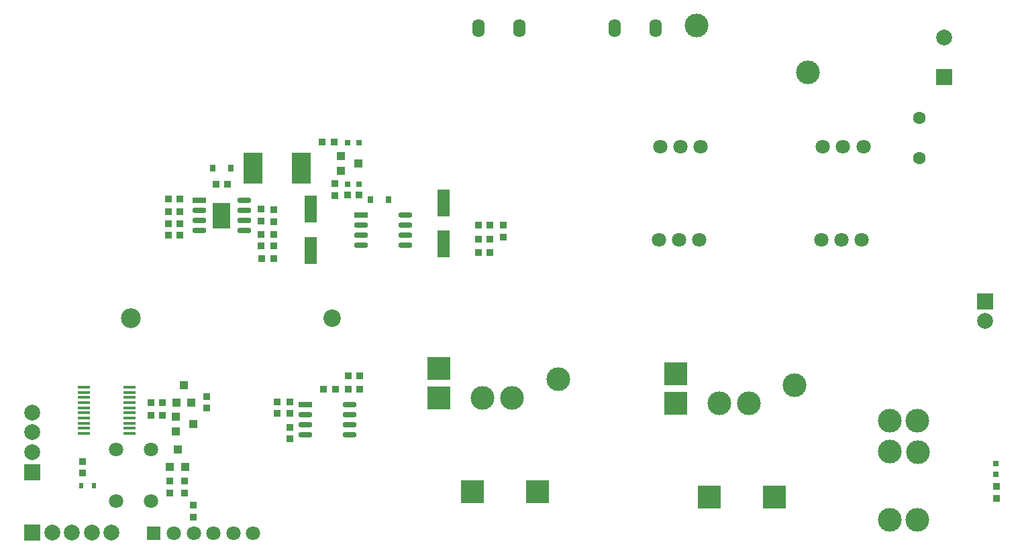
<source format=gbr>
%TF.GenerationSoftware,Altium Limited,Altium Designer,21.0.8 (223)*%
G04 Layer_Color=255*
%FSLAX26Y26*%
%MOIN*%
%TF.SameCoordinates,3528F89D-DF25-4B87-B81C-8702AA7ACEB5*%
%TF.FilePolarity,Positive*%
%TF.FileFunction,Pads,Top*%
%TF.Part,Single*%
G01*
G75*
%TA.AperFunction,SMDPad,CuDef*%
%ADD10R,0.030000X0.030000*%
%ADD11R,0.035433X0.035433*%
%ADD12R,0.035433X0.035433*%
%ADD13O,0.070866X0.025591*%
%ADD14R,0.070866X0.025591*%
%ADD15R,0.030000X0.030000*%
%ADD16R,0.027559X0.033465*%
%ADD17R,0.039370X0.039370*%
%ADD18R,0.059055X0.133858*%
%ADD19R,0.070866X0.029528*%
%ADD20O,0.070866X0.029528*%
%ADD21R,0.090551X0.127953*%
%ADD22R,0.039370X0.039370*%
%ADD23R,0.023622X0.031496*%
%ADD24R,0.062992X0.015748*%
%ADD25R,0.092520X0.157480*%
%TA.AperFunction,ComponentPad*%
%ADD39C,0.062992*%
%ADD40R,0.078740X0.078740*%
%ADD41C,0.078740*%
%ADD42C,0.118110*%
%ADD43O,0.062992X0.090551*%
%ADD44R,0.118110X0.118110*%
%ADD45C,0.086614*%
%ADD46C,0.098425*%
%ADD47C,0.070866*%
%ADD48R,0.070866X0.070866*%
%TA.AperFunction,ViaPad*%
%ADD49C,0.118110*%
%TA.AperFunction,ComponentPad*%
%ADD50R,0.078740X0.078740*%
D10*
X4925133Y509902D02*
D03*
X4925197Y564402D02*
D03*
D11*
X4927166Y391732D02*
D03*
Y450788D02*
D03*
X1417323Y745079D02*
D03*
Y686024D02*
D03*
Y812008D02*
D03*
Y871063D02*
D03*
X1354331D02*
D03*
Y812008D02*
D03*
X2477362Y1689961D02*
D03*
Y1749016D02*
D03*
X1642717Y1956693D02*
D03*
Y1897638D02*
D03*
X1276575Y1704724D02*
D03*
Y1645669D02*
D03*
Y1771653D02*
D03*
Y1830709D02*
D03*
X1339567Y1704725D02*
D03*
Y1645669D02*
D03*
Y1767716D02*
D03*
Y1826772D02*
D03*
X1004921Y897638D02*
D03*
Y838583D02*
D03*
X822835Y477362D02*
D03*
Y418307D02*
D03*
X895669Y477362D02*
D03*
Y418307D02*
D03*
X937992Y297244D02*
D03*
Y356299D02*
D03*
X386811Y515748D02*
D03*
Y574803D02*
D03*
D12*
X1706693Y932087D02*
D03*
X1765748D02*
D03*
X1706693Y999016D02*
D03*
X1765748D02*
D03*
X1584645Y932087D02*
D03*
X1643701D02*
D03*
X2353347Y1612205D02*
D03*
X2412402D02*
D03*
X2353347Y1679134D02*
D03*
X2412402D02*
D03*
X2353347Y1750000D02*
D03*
X2412402D02*
D03*
X1703740Y1899606D02*
D03*
X1762795D02*
D03*
X1636811Y2163386D02*
D03*
X1577756D02*
D03*
X1278543Y1584646D02*
D03*
X1337599D02*
D03*
X1050197Y1954724D02*
D03*
X1109252D02*
D03*
X873032Y1698819D02*
D03*
X813976D02*
D03*
X873032Y1757874D02*
D03*
X813976D02*
D03*
X813976Y1816929D02*
D03*
X873032D02*
D03*
X873032Y1879921D02*
D03*
X813976D02*
D03*
X727362Y805118D02*
D03*
X786418D02*
D03*
X727362Y868110D02*
D03*
X786418D02*
D03*
D13*
X1716535Y707480D02*
D03*
Y757480D02*
D03*
Y807480D02*
D03*
Y857480D02*
D03*
X1496063Y757480D02*
D03*
Y807480D02*
D03*
Y707480D02*
D03*
X1772638Y1751378D02*
D03*
Y1701378D02*
D03*
X1993110Y1801378D02*
D03*
Y1751378D02*
D03*
Y1701378D02*
D03*
Y1651378D02*
D03*
X1772638D02*
D03*
D14*
X1496063Y857480D02*
D03*
X1772638Y1801378D02*
D03*
D15*
X1705768Y1954788D02*
D03*
X1760268Y1954724D02*
D03*
X1705768Y2159513D02*
D03*
X1760268Y2159449D02*
D03*
D16*
X1908465Y1875984D02*
D03*
X1817913D02*
D03*
X1125000Y2033465D02*
D03*
X1034449D02*
D03*
D17*
X1670276Y2094488D02*
D03*
Y2019685D02*
D03*
X1756890Y2057086D02*
D03*
X851378Y797244D02*
D03*
X937992Y759842D02*
D03*
X851378Y722441D02*
D03*
D18*
X1520669Y1624016D02*
D03*
Y1828740D02*
D03*
X2182087Y1860236D02*
D03*
Y1655512D02*
D03*
D19*
X969488Y1872244D02*
D03*
D20*
Y1772244D02*
D03*
Y1722244D02*
D03*
X1189961Y1872244D02*
D03*
Y1772244D02*
D03*
Y1722244D02*
D03*
X969488Y1822244D02*
D03*
X1189961D02*
D03*
D21*
X1079724Y1797244D02*
D03*
D22*
X860237Y631890D02*
D03*
X822835Y545276D02*
D03*
X897638D02*
D03*
X928150Y868110D02*
D03*
X890749Y954724D02*
D03*
X853347Y868110D02*
D03*
D23*
X382874Y454725D02*
D03*
X445866D02*
D03*
D24*
X394685Y841536D02*
D03*
Y815945D02*
D03*
Y739173D02*
D03*
Y713583D02*
D03*
Y764764D02*
D03*
Y867126D02*
D03*
Y892717D02*
D03*
Y918307D02*
D03*
Y943898D02*
D03*
X623032Y713583D02*
D03*
Y739173D02*
D03*
Y764764D02*
D03*
Y790355D02*
D03*
Y815945D02*
D03*
Y841536D02*
D03*
Y867126D02*
D03*
Y892717D02*
D03*
Y918307D02*
D03*
Y943898D02*
D03*
X394685Y790355D02*
D03*
D25*
X1474409Y2033465D02*
D03*
X1236220D02*
D03*
D39*
X4546260Y2083465D02*
D03*
Y2283465D02*
D03*
D40*
X4669291Y2485236D02*
D03*
X138780Y218504D02*
D03*
D41*
X4669291Y2682087D02*
D03*
X4872047Y1272638D02*
D03*
X138780Y816929D02*
D03*
X532480Y218504D02*
D03*
X434055D02*
D03*
X335630D02*
D03*
X237205D02*
D03*
X138780Y718504D02*
D03*
Y620079D02*
D03*
D42*
X3990157Y2508858D02*
D03*
X3438976Y2745079D02*
D03*
X2750000Y982284D02*
D03*
X2522638Y890748D02*
D03*
X2375000D02*
D03*
X4398622Y622047D02*
D03*
Y283465D02*
D03*
X3551181Y863189D02*
D03*
X3698819D02*
D03*
X3926181Y954724D02*
D03*
D43*
X2354331Y2729331D02*
D03*
X2557087D02*
D03*
X3031496D02*
D03*
X3234252D02*
D03*
D44*
X2647638Y423228D02*
D03*
X2325787D02*
D03*
X2157480Y1037402D02*
D03*
Y890748D02*
D03*
X3333662Y863189D02*
D03*
Y1009842D02*
D03*
X3501969Y395669D02*
D03*
X3823819D02*
D03*
D45*
X1626969Y1285433D02*
D03*
D46*
X626969D02*
D03*
D47*
X1136811Y217520D02*
D03*
X939961D02*
D03*
X841535D02*
D03*
X1235236D02*
D03*
X1038386D02*
D03*
X729331Y377953D02*
D03*
X556102Y633858D02*
D03*
Y377953D02*
D03*
X729331Y633858D02*
D03*
X4166339Y2139764D02*
D03*
X3359252D02*
D03*
X3451772Y1675197D02*
D03*
X3351378D02*
D03*
X3250984D02*
D03*
X3459646Y2139764D02*
D03*
X3258858D02*
D03*
X4258858Y1675197D02*
D03*
X4158465D02*
D03*
X4058071D02*
D03*
X4266732Y2139764D02*
D03*
X4065945D02*
D03*
D48*
X743110Y217520D02*
D03*
D49*
X4533662Y283465D02*
D03*
X4535433Y776575D02*
D03*
X4397638Y775591D02*
D03*
X4538360Y621215D02*
D03*
D50*
X138780Y521654D02*
D03*
X4872047Y1371063D02*
D03*
%TF.MD5,013cbecaec9fd7d21a3aea7d9ed494ec*%
M02*

</source>
